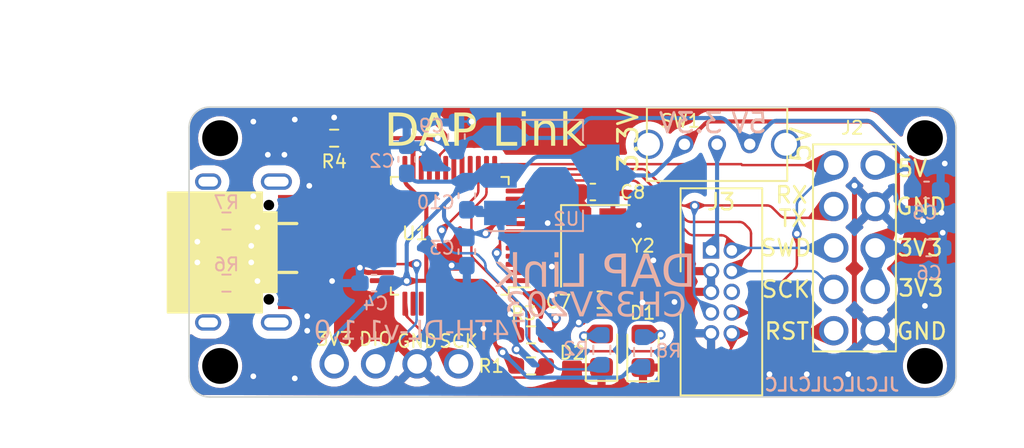
<source format=kicad_pcb>
(kicad_pcb (version 20221018) (generator pcbnew)
  (layers (0 "F.Cu" signal) (31 "B.Cu" signal) (34 "B.Paste" user) (35 "F.Paste" user) (36 "B.SilkS" user "B.Silkscreen") (37 "F.SilkS" user "F.Silkscreen") (38 "B.Mask" user) (39 "F.Mask" user) (44 "Edge.Cuts" user))
  (net 0 "")
  (net 1 "BOOT0")
  (net 2 "+3V3")
  (net 3 "+5V")
  (net 4 "Net-(U1-OSC_IN{slash}PD0)")
  (net 5 "Net-(U1-OSC_OUT{slash}PD1)")
  (net 6 "SWCLK")
  (net 7 "SWDIO")
  (net 8 "Net-(D1-A)")
  (net 9 "Net-(D2-A)")
  (net 10 "D-")
  (net 11 "D+")
  (net 12 "Net-(J1-CC1)")
  (net 13 "Net-(J1-CC2)")
  (net 14 "CDC_RXD")
  (net 15 "CDC_TXD")
  (net 16 "SWD_DIO")
  (net 17 "SWD_CLK")
  (net 18 "SWD_RST")
  (net 19 "LED_SWD")
  (net 20 "RST")
  (net 21 "BOOT1")
  (net 22 "GND")
  (net 48 "VCC")
  (footprint "Package_QFP:LQFP-48_7x7mm_P0.5mm" (layer "F.Cu") (at 45.1835 30.754 180)
    (fp_text reference "U1")
    (fp_text value "STM32V103C8T6")
  )
  (footprint "$74th:M2-Hole" (layer "F.Cu") (at 74.295 24.765)
    (fp_text reference "M2-1" hide)
    (fp_text value "M2-Hole" hide)
  )
  (footprint "$74th:DAPLink-SWD" (layer "F.Cu") (at 69.977 31.496)
    (fp_text reference "J2")
    (fp_text value "DAPLink-SWD-Send-10Pin")
  )
  (footprint "$74th:LED_0805_2012Metric_Pad1.15x1.40mm_HandSolder" (layer "F.Cu") (at 54.48 37.795 90)
    (fp_text reference "D2")
    (fp_text value "Blue")
  )
  (footprint "$74th:SWD-4Pin" (layer "F.Cu") (at 43.18 38.608 -90)
    (fp_text reference "CH1" hide)
    (fp_text value "SWD_WITH_VCC")
  )
  (footprint "$74th:Crystal_SMD_3225-4Pin_3.2x2.5mm_HandSoldering" (layer "F.Cu") (at 54.102 31.369 -90)
    (fp_text reference "Y2")
    (fp_text value "8M")
  )
  (footprint "$74th:Register_0603_1608" (layer "F.Cu") (at 50.165 36.83 180)
    (fp_text reference "R3")
    (fp_text value "10k")
  )
  (footprint "$74th:Slide_Switch" (layer "F.Cu") (at 61.56 25.14)
    (fp_text reference "SW1")
    (fp_text value "SW_SPDT" hide)
  )
  (footprint "$74th:USB-C-12-Pin-SMD" (layer "F.Cu") (at 30.48 31.76 -90)
    (fp_text reference "J1" hide)
    (fp_text value "USB2.0_C_v3")
  )
  (footprint "$74th:Register_0603_1608" (layer "F.Cu") (at 38.1 24.765 180)
    (fp_text reference "R4")
    (fp_text value "10k")
  )
  (footprint "$74th:Capacitor_0603_1608" (layer "F.Cu") (at 53.848 28.067)
    (fp_text reference "C8")
    (fp_text value "22p")
  )
  (footprint "$74th:Capacitor_0603_1608" (layer "F.Cu") (at 54.483 34.671 180)
    (fp_text reference "C7")
    (fp_text value "22p")
  )
  (footprint "$74th:M2-Hole" (layer "F.Cu") (at 31.115 38.735)
    (fp_text reference "M2-2" hide)
    (fp_text value "M2-Hole" hide)
  )
  (footprint "$74th:M2-Hole" (layer "F.Cu") (at 74.295 38.735)
    (fp_text reference "M2-4" hide)
    (fp_text value "M2-Hole" hide)
  )
  (footprint "$74th:M2-Hole" (layer "F.Cu") (at 31.115 24.765)
    (fp_text reference "M2-3" hide)
    (fp_text value "M2-Hole" hide)
  )
  (footprint "$74th:BoxPinHeader_2x05_P1.27mm_Vertical" (layer "F.Cu") (at 61.825 34.19)
    (fp_text reference "J3")
    (fp_text value "DAPLink-SWD-Send-6Pin")
  )
  (footprint "$74th:LED_0805_2012Metric_Pad1.15x1.40mm_HandSolder" (layer "F.Cu") (at 57.02 37.81 90)
    (fp_text reference "D1")
    (fp_text value "Red")
  )
  (footprint "$74th:Register_0603_1608" (layer "F.Cu") (at 50.165 38.735)
    (fp_text reference "R1")
    (fp_text value "10k")
  )
  (footprint "$74th:Register_0603_1608" (layer "B.Cu") (at 31.5 33.655 180)
    (fp_text reference "R6")
    (fp_text value "5.1k")
  )
  (footprint "$74th:Register_0603_1608" (layer "B.Cu") (at 54.5 37.7525 90)
    (fp_text reference "R2")
    (fp_text value "10k")
  )
  (footprint "Package_TO_SOT_SMD:SOT-223-3_TabPin2" (layer "B.Cu") (at 51.435 27.051)
    (fp_text reference "U2")
    (fp_text value "AMS1117-3.3")
  )
  (footprint "$74th:JLCJLCJLCJLC" (layer "B.Cu") (at 67.818 24.13 180)
    (fp_text reference "REF**" hide)
    (fp_text value "JLCJLCJLCJLC")
  )
  (footprint "$74th:Capacitor_0603_1608" (layer "B.Cu") (at 74.422 31.496)
    (fp_text reference "C6")
    (fp_text value "10u")
  )
  (footprint "$74th:Capacitor_0603_1608" (layer "B.Cu") (at 40.64 33.655 180)
    (fp_text reference "C4")
    (fp_text value "100n")
  )
  (footprint "$74th:Capacitor_0603_1608" (layer "B.Cu") (at 46.228 28.194 -90)
    (fp_text reference "C10")
    (fp_text value "2.2u")
  )
  (footprint "$74th:Capacitor_0603_1608" (layer "B.Cu") (at 46.228 31.623 -90)
    (fp_text reference "C3")
    (fp_text value "100n")
  )
  (footprint "$74th:Register_0603_1608" (layer "B.Cu") (at 31.5 29.845 180)
    (fp_text reference "R7")
    (fp_text value "5.1k")
  )
  (footprint "$74th:Capacitor_0603_1608" (layer "B.Cu") (at 74.295 27.94)
    (fp_text reference "C5")
    (fp_text value "10u")
  )
  (footprint "$74th:Capacitor_0603_1608" (layer "B.Cu") (at 45.593 24.765 90)
    (fp_text reference "C9")
    (fp_text value "10u")
  )
  (footprint "$74th:Register_0603_1608" (layer "B.Cu") (at 57 37.88 90)
    (fp_text reference "R8")
    (fp_text value "5.1k")
  )
  (footprint "$74th:Capacitor_0603_1608" (layer "B.Cu") (at 42.545 26.1625 90)
    (fp_text reference "C2")
    (fp_text value "100n")
  )
  (gr_line (start 74.93 40.64) (end 30.48 40.64) (stroke (width 0.1)) (layer "Edge.Cuts"))
  (gr_arc (start 29.21 24.13) (mid 29.581974 23.231974) (end 30.48 22.86) (stroke (width 0.1)) (layer "Edge.Cuts"))
  (gr_line (start 30.48 22.86) (end 74.93 22.86) (stroke (width 0.1)) (layer "Edge.Cuts"))
  (gr_line (start 29.21 39.37) (end 29.21 24.13) (stroke (width 0.1)) (layer "Edge.Cuts"))
  (gr_line (start 76.2 24.13) (end 76.2 39.37) (stroke (width 0.1)) (layer "Edge.Cuts"))
  (gr_arc (start 74.93 22.86) (mid 75.828026 23.231974) (end 76.2 24.13) (stroke (width 0.1)) (layer "Edge.Cuts"))
  (gr_arc (start 76.2 39.37) (mid 75.828026 40.268026) (end 74.93 40.64) (stroke (width 0.1)) (layer "Edge.Cuts"))
  (gr_arc (start 30.48 40.64) (mid 29.581974 40.268026) (end 29.21 39.37) (stroke (width 0.1)) (layer "Edge.Cuts"))
  (gr_text "74TH-DL-v1.1.0" (at 49.911 37.338) (layer "B.SilkS") (effects (font (size 1.2 1.2) (thickness 0.3)) (justify left bottom mirror)))
  (gr_text "DAP Link" (at 60.27 34.22) (layer "B.SilkS") (effects (font (size 2 2) (thickness 0.3)) (justify left bottom mirror)))
  (gr_text "CH32V203" (at 59.68 35.95) (layer "B.SilkS") (effects (font (size 1.5 1.5) (thickness 0.3)) (justify left bottom mirror)))
  (gr_text "5V" (at 64.73 24.54) (layer "B.SilkS") (effects (font (size 1.2 1.2) (thickness 0.17)) (justify left bottom mirror)))
  (gr_text "3.3V" (at 62 24.54) (layer "B.SilkS") (effects (font (size 1.2 1.2) (thickness 0.17)) (justify left bottom mirror)))
  (gr_text "3.3V" (at 56.81 26.96 90) (layer "F.SilkS") (effects (font (size 1.2 1.2) (thickness 0.17)) (justify left bottom)))
  (gr_text "5V" (at 67.41 26.35 90) (layer "F.SilkS") (effects (font (size 1.2 1.2) (thickness 0.17)) (justify left bottom)))
  (gr_text "DAP Link" (at 41.17 25.57) (layer "F.SilkS") (effects (font (size 2 2) (thickness 0.3)) (justify left bottom)))
  (segment (start 46.079947 36.751847) (end 48.628554 39.300454) (width 0.15) (layer "F.Cu") (net 1))
  (segment (start 48.982107 39.4469) (end 50.158493 39.4469) (width 0.15) (layer "F.Cu") (net 1))
  (segment (start 45.9335 34.9165) (end 45.9335 36.398293) (width 0.15) (layer "F.Cu") (net 1))
  (segment (start 50.512047 39.300453) (end 51.0775 38.735) (width 0.15) (layer "F.Cu") (net 1))
  (arc (start 48.628554 39.300454) (mid 48.790766 39.40884) (end 48.982107 39.4469) (width 0.15) (layer "F.Cu") (net 1))
  (arc (start 50.158493 39.4469) (mid 50.349835 39.40884) (end 50.512047 39.300453) (width 0.15) (layer "F.Cu") (net 1))
  (arc (start 45.9335 36.398293) (mid 45.97156 36.589635) (end 46.079947 36.751847) (width 0.15) (layer "F.Cu") (net 1))
  (segment (start 72.644 25.607107) (end 72.644 29.891893) (width 0.25) (layer "F.Cu") (net 2))
  (segment (start 71.112361 23.886447) (end 72.567957 25.342043) (width 0.25) (layer "F.Cu") (net 2))
  (segment (start 41.021 33.504) (end 42.521 33.504) (width 0.25) (layer "F.Cu") (net 2))
  (segment (start 47.9335 34.9165) (end 47.9335 37.208893) (width 0.25) (layer "F.Cu") (net 2))
  (segment (start 42.533 33.516) (end 43.7468 33.516) (width 0.25) (layer "F.Cu") (net 2))
  (segment (start 48.327553 29.650447) (end 47.371 30.607) (width 0.25) (layer "F.Cu") (net 2))
  (segment (start 47.787053 34.035853) (end 47.413647 33.662447) (width 0.25) (layer "F.Cu") (net 2))
  (segment (start 48.41875 37.90125) (end 49.2525 38.735) (width 0.25) (layer "F.Cu") (net 2))
  (segment (start 72.497553 30.245447) (end 71.247 31.496) (width 0.25) (layer "F.Cu") (net 2))
  (segment (start 49.346 29.504) (end 48.681107 29.504) (width 0.25) (layer "F.Cu") (net 2))
  (segment (start 48.079947 37.562447) (end 48.41875 37.90125) (width 0.25) (layer "F.Cu") (net 2))
  (segment (start 43.600353 28.670853) (end 42.579946 27.650446) (width 0.25) (layer "F.Cu") (net 2))
  (segment (start 47.060093 33.516) (end 43.7468 33.516) (width 0.25) (layer "F.Cu") (net 2))
  (segment (start 59.56 25.14) (end 60.813554 23.886446) (width 0.25) (layer "F.Cu") (net 2))
  (segment (start 43.7468 33.516) (end 43.7468 29.024407) (width 0.25) (layer "F.Cu") (net 2))
  (segment (start 42.4335 27.296893) (end 42.4335 26.5915) (width 0.25) (layer "F.Cu") (net 2))
  (segment (start 47.9335 34.9165) (end 47.9335 34.389407) (width 0.25) (layer "F.Cu") (net 2))
  (segment (start 42.533 33.516) (end 42.545 33.528) (width 0.25) (layer "F.Cu") (net 2))
  (segment (start 61.167107 23.74) (end 70.758807 23.74) (width 0.25) (layer "F.Cu") (net 2))
  (segment (start 42.521 33.504) (end 42.533 33.516) (width 0.25) (layer "F.Cu") (net 2))
  (via (at 48.41875 37.90125) (size 0.6) (drill 0.35) (layers "F.Cu" "B.Cu") (net 2))
  (via (at 47.371 30.607) (size 0.6) (drill 0.35) (layers "F.Cu" "B.Cu") (net 2))
  (via (at 42.545 33.528) (size 0.6) (drill 0.35) (layers "F.Cu" "B.Cu") (net 2))
  (arc (start 72.497554 25.253554) (mid 72.60594 25.415766) (end 72.644 25.607107) (width 0.25) (layer "F.Cu") (net 2))
  (arc (start 42.579946 27.650446) (mid 42.47156 27.488234) (end 42.4335 27.296893) (width 0.25) (layer "F.Cu") (net 2))
  (arc (start 48.681107 29.504) (mid 48.489765 29.54206) (end 48.327553 29.650447) (width 0.25) (layer "F.Cu") (net 2))
  (arc (start 47.9335 34.389407) (mid 47.89544 34.198065) (end 47.787053 34.035853) (width 0.25) (layer "F.Cu") (net 2))
  (arc (start 70.758807 23.74) (mid 70.950149 23.77806) (end 71.112361 23.886447) (width 0.25) (layer "F.Cu") (net 2))
  (arc (start 60.813554 23.886446) (mid 60.975766 23.77806) (end 61.167107 23.74) (width 0.25) (layer "F.Cu") (net 2))
  (arc (start 47.9335 37.208893) (mid 47.97156 37.400235) (end 48.079947 37.562447) (width 0.25) (layer "F.Cu") (net 2))
  (arc (start 72.497553 30.245447) (mid 72.60594 30.083235) (end 72.644 29.891893) (width 0.25) (layer "F.Cu") (net 2))
  (arc (start 47.413647 33.662447) (mid 47.251435 33.55406) (end 47.060093 33.516) (width 0.25) (layer "F.Cu") (net 2))
  (arc (start 43.7468 29.024407) (mid 43.70874 28.833065) (end 43.600353 28.670853) (width 0.25) (layer "F.Cu") (net 2))
  (segment (start 44.831 28.8286) (end 45.0848 28.5748) (width 0.25) (layer "B.Cu") (net 2))
  (segment (start 56.211053 38.938947) (end 55.846446 39.303554) (width 0.25) (layer "B.Cu") (net 2))
  (segment (start 49.821053 39.303553) (end 48.41875 37.90125) (width 0.25) (layer "B.Cu") (net 2))
  (segment (start 46.228 27.4315) (end 43.258607 27.4315) (width 0.25) (layer "B.Cu") (net 2))
  (segment (start 48.285 27.051) (end 46.815607 27.051) (width 0.25) (layer "B.Cu") (net 2))
  (segment (start 38.1 37.164607) (end 38.1 38.608) (width 0.25) (layer "B.Cu") (net 2))
  (segment (start 42.545 33.528) (end 41.5295 33.528) (width 0.25) (layer "B.Cu") (net 2))
  (segment (start 44.831 29.510893) (end 44.831 28.8286) (width 0.25) (layer "B.Cu") (net 2))
  (segment (start 42.905053 27.285053) (end 42.545 26.925) (width 0.25) (layer "B.Cu") (net 2))
  (segment (start 54.585 27.051) (end 57.441893 27.051) (width 0.25) (layer "B.Cu") (net 2))
  (segment (start 44.831 28.8286) (end 44.831 28.8285) (width 0.25) (layer "B.Cu") (net 2))
  (segment (start 45.827053 30.714053) (end 44.977446 29.864446) (width 0.25) (layer "B.Cu") (net 2))
  (segment (start 46.462053 27.197447) (end 46.228 27.4315) (width 0.25) (layer "B.Cu") (net 2))
  (segment (start 45.0848 28.5748) (end 46.228 27.4315) (width 0.25) (layer "B.Cu") (net 2))
  (segment (start 53.588447 26.054447) (end 54.585 27.051) (width 0.25) (layer "B.Cu") (net 2))
  (segment (start 57.795447 26.904553) (end 59.56 25.14) (width 0.25) (layer "B.Cu") (net 2))
  (segment (start 42.691454 30.968052) (end 44.831 28.8286) (width 0.25) (layer "B.Cu") (net 2))
  (segment (start 46.335053 30.753447) (end 46.228 30.8605) (width 0.25) (layer "B.Cu") (net 2))
  (segment (start 71.247 31.496) (end 73.6595 31.496) (width 0.25) (layer "B.Cu") (net 2))
  (segment (start 44.831 28.8285) (end 45.0848 28.5748) (width 0.25) (layer "B.Cu") (net 2))
  (segment (start 42.545 33.528) (end 42.545 31.321613) (width 0.25) (layer "B.Cu") (net 2))
  (segment (start 71.247 34.036) (end 71.247 31.496) (width 0.25) (layer "B.Cu") (net 2))
  (segment (start 41.5295 33.528) (end 41.4025 33.655) (width 0.25) (layer "B.Cu") (net 2))
  (segment (start 57 38.7925) (end 56.564607 38.7925) (width 0.25) (layer "B.Cu") (net 2))
  (segment (start 49.422447 26.904553) (end 50.272554 26.054446) (width 0.25) (layer "B.Cu") (net 2))
  (segment (start 41.4025 33.655) (end 38.246446 36.811054) (width 0.25) (layer "B.Cu") (net 2))
  (segment (start 55.492893 39.45) (end 50.174607 39.45) (width 0.25) (layer "B.Cu") (net 2))
  (segment (start 50.626107 25.908) (end 53.234893 25.908) (width 0.25) (layer "B.Cu") (net 2))
  (segment (start 48.285 27.051) (end 49.068893 27.051) (width 0.25) (layer "B.Cu") (net 2))
  (segment (start 46.228 30.8605) (end 46.180607 30.8605) (width 0.25) (layer "B.Cu") (net 2))
  (segment (start 47.371 30.607) (end 46.688607 30.607) (width 0.25) (layer "B.Cu") (net 2))
  (arc (start 50.174607 39.45) (mid 49.983265 39.41194) (end 49.821053 39.303553) (width 0.25) (layer "B.Cu") (net 2))
  (arc (start 46.815607 27.051) (mid 46.624265 27.08906) (end 46.462053 27.197447) (width 0.25) (layer "B.Cu") (net 2))
  (arc (start 55.846446 39.303554) (mid 55.684234 39.41194) (end 55.492893 39.45) (width 0.25) (layer "B.Cu") (net 2))
  (arc (start 43.258607 27.4315) (mid 43.067265 27.39344) (end 42.905053 27.285053) (width 0.25) (layer "B.Cu") (net 2))
  (arc (start 46.180607 30.8605) (mid 45.989265 30.82244) (end 45.827053 30.714053) (width 0.25) (layer "B.Cu") (net 2))
  (arc (start 38.246446 36.811054) (mid 38.13806 36.973266) (end 38.1 37.164607) (width 0.25) (layer "B.Cu") (net 2))
  (arc (start 44.977446 29.864446) (mid 44.86906 29.702234) (end 44.831 29.510893) (width 0.25) (layer "B.Cu") (net 2))
  (arc (start 57.441893 27.051) (mid 57.633235 27.01294) (end 57.795447 26.904553) (width 0.25) (layer "B.Cu") (net 2))
  (arc (start 50.626107 25.908) (mid 50.434766 25.94606) (end 50.272554 26.054446) (width 0.25) (layer "B.Cu") (net 2))
  (arc (start 56.211053 38.938947) (mid 56.373265 38.83056) (end 56.564607 38.7925) (width 0.25) (layer "B.Cu") (net 2))
  (arc (start 49.068893 27.051) (mid 49.260235 27.01294) (end 49.422447 26.904553) (width 0.25) (layer "B.Cu") (net 2))
  (arc (start 42.545 31.321613) (mid 42.583062 31.130266) (end 42.691454 30.968052) (width 0.25) (layer "B.Cu") (net 2))
  (arc (start 46.688607 30.607) (mid 46.497265 30.64506) (end 46.335053 30.753447) (width 0.25) (layer "B.Cu") (net 2))
  (arc (start 53.588447 26.054447) (mid 53.426235 25.94606) (end 53.234893 25.908) (width 0.25) (layer "B.Cu") (net 2))
  (segment (start 34.116107 24.765) (end 34.844893 24.765) (width 0.25) (layer "F.Cu") (net 3))
  (segment (start 31.6461 33.943793) (end 31.6461 28.938007) (width 0.25) (layer "F.Cu") (net 3))
  (segment (start 37.318553 37.103447) (end 36.722446 37.699554) (width 0.25) (layer "F.Cu") (net 3))
  (segment (start 34.016553 37.699553) (end 33.039446 36.722446) (width 0.25) (layer "F.Cu") (net 3))
  (segment (start 32.746553 35.251353) (end 31.792546 34.297346) (width 0.25) (layer "F.Cu") (net 3))
  (segment (start 31.792547 28.584453) (end 32.010554 28.366446) (width 0.25) (layer "F.Cu") (net 3))
  (segment (start 36.455447 29.203553) (end 39.0525 26.6065) (width 0.25) (layer "F.Cu") (net 3))
  (segment (start 39.0525 26.6065) (end 40.747554 24.911446) (width 0.25) (layer "F.Cu") (net 3))
  (segment (start 35.31 34.15) (end 36.482893 34.15) (width 0.25) (layer "F.Cu") (net 3))
  (segment (start 32.303447 26.370553) (end 33.762554 24.911446) (width 0.25) (layer "F.Cu") (net 3))
  (segment (start 32.157 28.012893) (end 32.157 26.724107) (width 0.25) (layer "F.Cu") (net 3))
  (segment (start 35.198447 24.911447) (end 35.794554 25.507554) (width 0.25) (layer "F.Cu") (net 3))
  (segment (start 36.148107 25.654) (end 37.892893 25.654) (width 0.25) (layer "F.Cu") (net 3))
  (segment (start 36.368893 37.846) (end 34.370107 37.846) (width 0.25) (layer "F.Cu") (net 3))
  (segment (start 35.31 29.35) (end 36.101893 29.35) (width 0.25) (layer "F.Cu") (net 3))
  (segment (start 36.836447 34.296447) (end 37.318554 34.778554) (width 0.25) (layer "F.Cu") (net 3))
  (segment (start 41.101107 24.765) (end 44.45 24.765) (width 0.25) (layer "F.Cu") (net 3))
  (segment (start 38.246447 25.800447) (end 39.0525 26.6065) (width 0.25) (layer "F.Cu") (net 3))
  (segment (start 32.893 36.368893) (end 32.893 35.604907) (width 0.25) (layer "F.Cu") (net 3))
  (segment (start 37.465 35.132107) (end 37.465 36.749893) (width 0.25) (layer "F.Cu") (net 3))
  (via (at 44.45 24.765) (size 0.6) (drill 0.35) (layers "F.Cu" "B.Cu") (net 3))
  (arc (start 33.039446 36.722446) (mid 32.93106 36.560234) (end 32.893 36.368893) (width 0.25) (layer "F.Cu") (net 3))
  (arc (start 32.157 26.724107) (mid 32.19506 26.532765) (end 32.303447 26.370553) (width 0.25) (layer "F.Cu") (net 3))
  (arc (start 36.482893 34.15) (mid 36.674235 34.18806) (end 36.836447 34.296447) (width 0.25) (layer "F.Cu") (net 3))
  (arc (start 37.892893 25.654) (mid 38.084235 25.69206) (end 38.246447 25.800447) (width 0.25) (layer "F.Cu") (net 3))
  (arc (start 36.101893 29.35) (mid 36.293235 29.31194) (end 36.455447 29.203553) (width 0.25) (layer "F.Cu") (net 3))
  (arc (start 31.6461 28.938007) (mid 31.68416 28.746665) (end 31.792547 28.584453) (width 0.25) (layer "F.Cu") (net 3))
  (arc (start 33.762554 24.911446) (mid 33.924766 24.80306) (end 34.116107 24.765) (width 0.25) (layer "F.Cu") (net 3))
  (arc (start 32.893 35.604907) (mid 32.85494 35.413565) (end 32.746553 35.251353) (width 0.25) (layer "F.Cu") (net 3))
  (arc (start 36.722446 37.699554) (mid 36.560234 37.80794) (end 36.368893 37.846) (width 0.25) (layer "F.Cu") (net 3))
  (arc (start 37.318554 34.778554) (mid 37.42694 34.940766) (end 37.465 35.132107) (width 0.25) (layer "F.Cu") (net 3))
  (arc (start 34.370107 37.846) (mid 34.178765 37.80794) (end 34.016553 37.699553) (width 0.25) (layer "F.Cu") (net 3))
  (arc (start 37.465 36.749893) (mid 37.42694 36.941235) (end 37.318553 37.103447) (width 0.25) (layer "F.Cu") (net 3))
  (arc (start 41.101107 24.765) (mid 40.909766 24.80306) (end 40.747554 24.911446) (width 0.25) (layer "F.Cu") (net 3))
  (arc (start 35.794554 25.507554) (mid 35.956766 25.61594) (end 36.148107 25.654) (width 0.25) (layer "F.Cu") (net 3))
  (arc (start 34.844893 24.765) (mid 35.036235 24.80306) (end 35.198447 24.911447) (width 0.25) (layer "F.Cu") (net 3))
  (arc (start 31.792546 34.297346) (mid 31.68416 34.135134) (end 31.6461 33.943793) (width 0.25) (layer "F.Cu") (net 3))
  (arc (start 32.010554 28.366446) (mid 32.11894 28.204234) (end 32.157 28.012893) (width 0.25) (layer "F.Cu") (net 3))
  (segment (start 65.207107 23.7) (end 70.736893 23.7) (width 0.25) (layer "B.Cu") (net 3))
  (segment (start 46.576607 24.751) (end 48.285 24.751) (width 0.25) (layer "B.Cu") (net 3))
  (segment (start 73.5325 26.67) (end 73.5325 26.2885) (width 0.25) (layer "B.Cu") (net 3))
  (segment (start 48.285 24.751) (end 52.251893 24.751) (width 0.25) (layer "B.Cu") (net 3))
  (segment (start 73.5325 26.67) (end 71.708107 26.67) (width 0.25) (layer "B.Cu") (net 3))
  (segment (start 63.56 25.14) (end 62.096446 23.676446) (width 0.25) (layer "B.Cu") (net 3))
  (segment (start 61.742893 23.53) (end 53.887107 23.53) (width 0.25) (layer "B.Cu") (net 3))
  (segment (start 73.5325 27.94) (end 73.5325 26.2885) (width 0.25) (layer "B.Cu") (net 3))
  (segment (start 71.354553 26.523553) (end 71.247 26.416) (width 0.25) (layer "B.Cu") (net 3))
  (segment (start 45.593 25.5275) (end 46.223054 24.897446) (width 0.25) (layer "B.Cu") (net 3))
  (segment (start 52.605447 24.604553) (end 53.533554 23.676446) (width 0.25) (layer "B.Cu") (net 3))
  (segment (start 44.45 24.765) (end 45.066054 25.381054) (width 0.25) (layer "B.Cu") (net 3))
  (segment (start 63.56 25.14) (end 64.853554 23.846446) (width 0.25) (layer "B.Cu") (net 3))
  (segment (start 71.090447 23.846447) (end 73.5325 26.2885) (width 0.25) (layer "B.Cu") (net 3))
  (segment (start 45.419607 25.5275) (end 45.593 25.5275) (width 0.25) (layer "B.Cu") (net 3))
  (arc (start 71.708107 26.67) (mid 71.516765 26.63194) (end 71.354553 26.523553) (width 0.25) (layer "B.Cu") (net 3))
  (arc (start 53.533554 23.676446) (mid 53.695766 23.56806) (end 53.887107 23.53) (width 0.25) (layer "B.Cu") (net 3))
  (arc (start 46.223054 24.897446) (mid 46.385266 24.78906) (end 46.576607 24.751) (width 0.25) (layer "B.Cu") (net 3))
  (arc (start 61.742893 23.53) (mid 61.934234 23.56806) (end 62.096446 23.676446) (width 0.25) (layer "B.Cu") (net 3))
  (arc (start 45.066054 25.381054) (mid 45.228266 25.48944) (end 45.419607 25.5275) (width 0.25) (layer "B.Cu") (net 3))
  (arc (start 52.251893 24.751) (mid 52.443235 24.71294) (end 52.605447 24.604553) (width 0.25) (layer "B.Cu") (net 3))
  (arc (start 70.736893 23.7) (mid 70.928235 23.73806) (end 71.090447 23.846447) (width 0.25) (layer "B.Cu") (net 3))
  (arc (start 64.853554 23.846446) (mid 65.015766 23.73806) (end 65.207107 23.7) (width 0.25) (layer "B.Cu") (net 3))
  (segment (start 55.177 32.719) (end 55.177 34.6025) (width 0.15) (layer "F.Cu") (net 4))
  (segment (start 55.177 34.6025) (end 55.2455 34.671) (width 0.15) (layer "F.Cu") (net 4))
  (segment (start 49.346 31.504) (end 53.754893 31.504) (width 0.15) (layer "F.Cu") (net 4))
  (segment (start 54.108447 31.650447) (end 55.177 32.719) (width 0.15) (layer "F.Cu") (net 4))
  (arc (start 53.754893 31.504) (mid 53.946235 31.54206) (end 54.108447 31.650447) (width 0.15) (layer "F.Cu") (net 4))
  (segment (start 53.027 30.019) (end 53.027 28.1255) (width 0.15) (layer "F.Cu") (net 5))
  (segment (start 49.346 31.004) (end 51.834893 31.004) (width 0.15) (layer "F.Cu") (net 5))
  (segment (start 53.027 28.1255) (end 53.0855 28.067) (width 0.15) (layer "F.Cu") (net 5))
  (segment (start 52.188447 30.857553) (end 53.027 30.019) (width 0.15) (layer "F.Cu") (net 5))
  (arc (start 52.188447 30.857553) (mid 52.026235 30.96594) (end 51.834893 31.004) (width 0.15) (layer "F.Cu") (net 5))
  (segment (start 45.72 38.608) (end 45.660807 38.608) (width 0.15) (layer "F.Cu") (net 6))
  (segment (start 45.307253 38.461553) (end 42.579946 35.734246) (width 0.15) (layer "F.Cu") (net 6))
  (segment (start 42.4335 35.380693) (end 42.4335 34.9165) (width 0.15) (layer "F.Cu") (net 6))
  (arc (start 45.660807 38.608) (mid 45.469465 38.56994) (end 45.307253 38.461553) (width 0.15) (layer "F.Cu") (net 6))
  (arc (start 42.4335 35.380693) (mid 42.47156 35.572034) (end 42.579946 35.734246) (width 0.15) (layer "F.Cu") (net 6))
  (segment (start 41.0357 32.4893) (end 41.021 32.504) (width 0.15) (layer "F.Cu") (net 7))
  (segment (start 43.1511 32.4893) (end 41.0357 32.4893) (width 0.15) (layer "F.Cu") (net 7))
  (via (at 43.1511 32.4893) (size 0.6) (drill 0.35) (layers "F.Cu" "B.Cu") (net 7))
  (segment (start 40.64 38.608) (end 43.004654 36.243346) (width 0.15) (layer "B.Cu") (net 7))
  (segment (start 43.1511 35.889793) (end 43.1511 32.4893) (width 0.15) (layer "B.Cu") (net 7))
  (arc (start 43.004654 36.243346) (mid 43.11304 36.081134) (end 43.1511 35.889793) (width 0.15) (layer "B.Cu") (net 7))
  (segment (start 58.11 36.81) (end 57.045 36.81) (width 0.15) (layer "F.Cu") (net 8))
  (segment (start 57.045 36.81) (end 57.02 36.785) (width 0.15) (layer "F.Cu") (net 8))
  (via (at 58.11 36.81) (size 0.6) (drill 0.35) (layers "F.Cu" "B.Cu") (net 8))
  (segment (start 58.11 36.81) (end 58.098946 36.821054) (width 0.15) (layer "B.Cu") (net 8))
  (segment (start 57.745393 36.9675) (end 57 36.9675) (width 0.15) (layer "B.Cu") (net 8))
  (arc (start 58.098946 36.821054) (mid 57.936734 36.92944) (end 57.745393 36.9675) (width 0.15) (layer "B.Cu") (net 8))
  (segment (start 53.4 36.91) (end 53.54 36.77) (width 0.15) (layer "F.Cu") (net 9))
  (segment (start 53.54 36.77) (end 54.48 36.77) (width 0.15) (layer "F.Cu") (net 9))
  (via (at 53.4 36.91) (size 0.6) (drill 0.35) (layers "F.Cu" "B.Cu") (net 9))
  (segment (start 53.4 36.91) (end 54.43 36.91) (width 0.15) (layer "B.Cu") (net 9))
  (segment (start 54.43 36.91) (end 54.5 36.84) (width 0.15) (layer "B.Cu") (net 9))
  (segment (start 35.835 32.025) (end 36.029693 32.025) (width 0.2) (layer "F.Cu") (net 10))
  (segment (start 35.31 32) (end 35.81 32) (width 0.2) (layer "F.Cu") (net 10))
  (segment (start 36.383247 31.878553) (end 36.7328 31.529) (width 0.2) (layer "F.Cu") (net 10))
  (segment (start 35.81 32) (end 35.835 32.025) (width 0.2) (layer "F.Cu") (net 10))
  (segment (start 36.7328 31.529) (end 40.996 31.529) (width 0.2) (layer "F.Cu") (net 10))
  (segment (start 35.31 31) (end 35.996693 31) (width 0.2) (layer "F.Cu") (net 10))
  (segment (start 40.996 31.529) (end 41.021 31.504) (width 0.2) (layer "F.Cu") (net 10))
  (segment (start 36.350247 31.146447) (end 36.7328 31.529) (width 0.2) (layer "F.Cu") (net 10))
  (arc (start 36.029693 32.025) (mid 36.221035 31.98694) (end 36.383247 31.878553) (width 0.2) (layer "F.Cu") (net 10))
  (arc (start 35.996693 31) (mid 36.188035 31.03806) (end 36.350247 31.146447) (width 0.2) (layer "F.Cu") (net 10))
  (segment (start 35.81 32.5) (end 35.835 32.475) (width 0.2) (layer "F.Cu") (net 11))
  (segment (start 36.569647 32.328553) (end 36.772754 32.125446) (width 0.2) (layer "F.Cu") (net 11))
  (segment (start 40.996 31.979) (end 41.021 32.004) (width 0.2) (layer "F.Cu") (net 11))
  (segment (start 35.31 32.5) (end 35.81 32.5) (width 0.2) (layer "F.Cu") (net 11))
  (segment (start 34.3535 32.114393) (end 34.3535 31.893607) (width 0.2) (layer "F.Cu") (net 11))
  (segment (start 34.54 31.5) (end 35.31 31.5) (width 0.2) (layer "F.Cu") (net 11))
  (segment (start 37.126307 31.979) (end 40.996 31.979) (width 0.2) (layer "F.Cu") (net 11))
  (segment (start 35.31 32.5) (end 34.532 32.5) (width 0.2) (layer "F.Cu") (net 11))
  (segment (start 35.835 32.475) (end 36.216093 32.475) (width 0.2) (layer "F.Cu") (net 11))
  (segment (start 34.499947 31.540053) (end 34.54 31.5) (width 0.2) (layer "F.Cu") (net 11))
  (segment (start 34.532 32.5) (end 34.499946 32.467946) (width 0.2) (layer "F.Cu") (net 11))
  (arc (start 36.569647 32.328553) (mid 36.407435 32.43694) (end 36.216093 32.475) (width 0.2) (layer "F.Cu") (net 11))
  (arc (start 36.772754 32.125446) (mid 36.934966 32.01706) (end 37.126307 31.979) (width 0.2) (layer "F.Cu") (net 11))
  (arc (start 34.3535 32.114393) (mid 34.39156 32.305734) (end 34.499946 32.467946) (width 0.2) (layer "F.Cu") (net 11))
  (arc (start 34.3535 31.893607) (mid 34.39156 31.702265) (end 34.499947 31.540053) (width 0.2) (layer "F.Cu") (net 11))
  (segment (start 35.31 30.5) (end 33.882107 30.5) (width 0.15) (layer "F.Cu") (net 12))
  (segment (start 33.528553 30.353553) (end 33.401 30.226) (width 0.15) (layer "F.Cu") (net 12))
  (via (at 33.401 30.226) (size 0.6) (drill 0.35) (layers "F.Cu" "B.Cu") (net 12))
  (arc (start 33.528553 30.353553) (mid 33.690765 30.46194) (end 33.882107 30.5) (width 0.15) (layer "F.Cu") (net 12))
  (segment (start 32.647053 30.079553) (end 32.4125 29.845) (width 0.15) (layer "B.Cu") (net 12))
  (segment (start 33.401 30.226) (end 33.000607 30.226) (width 0.15) (layer "B.Cu") (net 12))
  (arc (start 33.000607 30.226) (mid 32.809265 30.18794) (end 32.647053 30.079553) (width 0.15) (layer "B.Cu") (net 12))
  (segment (start 35.31 33.5) (end 33.429 33.5) (width 0.15) (layer "F.Cu") (net 13))
  (segment (start 33.429 33.5) (end 33.401 33.528) (width 0.15) (layer "F.Cu") (net 13))
  (via (at 33.401 33.528) (size 0.6) (drill 0.35) (layers "F.Cu" "B.Cu") (net 13))
  (segment (start 33.401 33.528) (end 33.274 33.655) (width 0.15) (layer "B.Cu") (net 13))
  (segment (start 33.274 33.655) (end 32.4125 33.655) (width 0.15) (layer "B.Cu") (net 13))
  (segment (start 62.46 35.46) (end 63.452893 35.46) (width 0.15) (layer "F.Cu") (net 14))
  (segment (start 68.707 26.416) (end 63.099464 26.416) (width 0.15) (layer "F.Cu") (net 14))
  (segment (start 63.806447 35.313553) (end 66.303554 32.816446) (width 0.15) (layer "F.Cu") (net 14))
  (segment (start 66.45 32.462893) (end 66.45 30.63) (width 0.15) (layer "F.Cu") (net 14))
  (segment (start 63.099464 26.416) (end 63.043463 26.36) (width 0.15) (layer "F.Cu") (net 14))
  (segment (start 47.9335 26.5915) (end 48.018554 26.506446) (width 0.15) (layer "F.Cu") (net 14))
  (segment (start 63.043463 26.36) (end 48.372107 26.36) (width 0.15) (layer "F.Cu") (net 14))
  (via (at 66.45 30.63) (size 0.6) (drill 0.35) (layers "F.Cu" "B.Cu") (net 14))
  (arc (start 63.806447 35.313553) (mid 63.644235 35.42194) (end 63.452893 35.46) (width 0.15) (layer "F.Cu") (net 14))
  (arc (start 66.303554 32.816446) (mid 66.41194 32.654234) (end 66.45 32.462893) (width 0.15) (layer "F.Cu") (net 14))
  (arc (start 48.018554 26.506446) (mid 48.180766 26.39806) (end 48.372107 26.36) (width 0.15) (layer "F.Cu") (net 14))
  (segment (start 66.596447 28.526553) (end 68.707 26.416) (width 0.15) (layer "B.Cu") (net 14))
  (segment (start 66.45 30.63) (end 66.45 28.880107) (width 0.15) (layer "B.Cu") (net 14))
  (arc (start 66.45 28.880107) (mid 66.48806 28.688765) (end 66.596447 28.526553) (width 0.15) (layer "B.Cu") (net 14))
  (segment (start 60.21 28.89) (end 64.602893 28.89) (width 0.15) (layer "F.Cu") (net 15))
  (segment (start 50.142447 27.857553) (end 51.193554 26.806446) (width 0.15) (layer "F.Cu") (net 15))
  (segment (start 65.777107 29.65) (end 67.805893 29.65) (width 0.15) (layer "F.Cu") (net 15))
  (segment (start 51.547107 26.66) (end 56.932893 26.66) (width 0.15) (layer "F.Cu") (net 15))
  (segment (start 60.19 28.91) (end 60.21 28.89) (width 0.15) (layer "F.Cu") (net 15))
  (segment (start 68.159447 29.503553) (end 68.707 28.956) (width 0.15) (layer "F.Cu") (net 15))
  (segment (start 49.346 28.004) (end 49.788893 28.004) (width 0.15) (layer "F.Cu") (net 15))
  (segment (start 57.286447 26.806447) (end 59.243554 28.763554) (width 0.15) (layer "F.Cu") (net 15))
  (segment (start 59.597107 28.91) (end 60.19 28.91) (width 0.15) (layer "F.Cu") (net 15))
  (segment (start 64.956447 29.036447) (end 65.423554 29.503554) (width 0.15) (layer "F.Cu") (net 15))
  (via (at 60.19 28.91) (size 0.6) (drill 0.35) (layers "F.Cu" "B.Cu") (net 15))
  (arc (start 57.286447 26.806447) (mid 57.124235 26.69806) (end 56.932893 26.66) (width 0.15) (layer "F.Cu") (net 15))
  (arc (start 59.597107 28.91) (mid 59.405766 28.87194) (end 59.243554 28.763554) (width 0.15) (layer "F.Cu") (net 15))
  (arc (start 49.788893 28.004) (mid 49.980235 27.96594) (end 50.142447 27.857553) (width 0.15) (layer "F.Cu") (net 15))
  (arc (start 64.602893 28.89) (mid 64.794235 28.92806) (end 64.956447 29.036447) (width 0.15) (layer "F.Cu") (net 15))
  (arc (start 65.423554 29.503554) (mid 65.585766 29.61194) (end 65.777107 29.65) (width 0.15) (layer "F.Cu") (net 15))
  (arc (start 51.547107 26.66) (mid 51.355766 26.69806) (end 51.193554 26.806446) (width 0.15) (layer "F.Cu") (net 15))
  (arc (start 68.159447 29.503553) (mid 67.997235 29.61194) (end 67.805893 29.65) (width 0.15) (layer "F.Cu") (net 15))
  (segment (start 60.296447 34.566447) (end 61.19 35.46) (width 0.15) (layer "B.Cu") (net 15))
  (segment (start 60.15 28.95) (end 60.15 34.212893) (width 0.15) (layer "B.Cu") (net 15))
  (segment (start 60.19 28.91) (end 60.15 28.95) (width 0.15) (layer "B.Cu") (net 15))
  (arc (start 60.296447 34.566447) (mid 60.18806 34.404235) (end 60.15 34.212893) (width 0.15) (layer "B.Cu") (net 15))
  (segment (start 62.313553 31.003553) (end 62.176446 30.866446) (width 0.15) (layer "F.Cu") (net 16))
  (segment (start 56.362893 27.36) (end 52.476107 27.36) (width 0.15) (layer "F.Cu") (net 16))
  (segment (start 59.783553 30.573553) (end 56.716446 27.506446) (width 0.15) (layer "F.Cu") (net 16))
  (segment (start 61.822893 30.72) (end 60.137107 30.72) (width 0.15) (layer "F.Cu") (net 16))
  (segment (start 62.46 31.65) (end 62.46 31.357107) (width 0.15) (layer "F.Cu") (net 16))
  (segment (start 52.122553 27.506447) (end 50.771446 28.857554) (width 0.15) (layer "F.Cu") (net 16))
  (segment (start 50.417893 29.004) (end 49.346 29.004) (width 0.15) (layer "F.Cu") (net 16))
  (arc (start 52.122553 27.506447) (mid 52.284765 27.39806) (end 52.476107 27.36) (width 0.15) (layer "F.Cu") (net 16))
  (arc (start 62.176446 30.866446) (mid 62.014234 30.75806) (end 61.822893 30.72) (width 0.15) (layer "F.Cu") (net 16))
  (arc (start 50.417893 29.004) (mid 50.609234 28.96594) (end 50.771446 28.857554) (width 0.15) (layer "F.Cu") (net 16))
  (arc (start 59.783553 30.573553) (mid 59.945765 30.68194) (end 60.137107 30.72) (width 0.15) (layer "F.Cu") (net 16))
  (arc (start 62.313553 31.003553) (mid 62.42194 31.165765) (end 62.46 31.357107) (width 0.15) (layer "F.Cu") (net 16))
  (arc (start 56.716446 27.506446) (mid 56.554234 27.39806) (end 56.362893 27.36) (width 0.15) (layer "F.Cu") (net 16))
  (segment (start 62.467553 31.642447) (end 62.46 31.65) (width 0.15) (layer "B.Cu") (net 16))
  (segment (start 68.707 31.496) (end 62.821107 31.496) (width 0.15) (layer "B.Cu") (net 16))
  (arc (start 62.467553 31.642447) (mid 62.629765 31.53406) (end 62.821107 31.496) (width 0.15) (layer "B.Cu") (net 16))
  (segment (start 49.346 28.504) (end 50.218893 28.504) (width 0.15) (layer "F.Cu") (net 17))
  (segment (start 63.493553 31.886447) (end 62.46 32.92) (width 0.15) (layer "F.Cu") (net 17))
  (segment (start 57.006447 27.146447) (end 59.613554 29.753554) (width 0.15) (layer "F.Cu") (net 17))
  (segment (start 52.137107 27) (end 56.652893 27) (width 0.15) (layer "F.Cu") (net 17))
  (segment (start 63.64 30.627107) (end 63.64 31.532893) (width 0.15) (layer "F.Cu") (net 17))
  (segment (start 59.967107 29.9) (end 62.912893 29.9) (width 0.15) (layer "F.Cu") (net 17))
  (segment (start 63.266447 30.046447) (end 63.493554 30.273554) (width 0.15) (layer "F.Cu") (net 17))
  (segment (start 50.572447 28.357553) (end 51.783554 27.146446) (width 0.15) (layer "F.Cu") (net 17))
  (arc (start 63.493553 31.886447) (mid 63.60194 31.724235) (end 63.64 31.532893) (width 0.15) (layer "F.Cu") (net 17))
  (arc (start 63.493554 30.273554) (mid 63.60194 30.435766) (end 63.64 30.627107) (width 0.15) (layer "F.Cu") (net 17))
  (arc (start 63.266447 30.046447) (mid 63.104235 29.93806) (end 62.912893 29.9) (width 0.15) (layer "F.Cu") (net 17))
  (arc (start 59.967107 29.9) (mid 59.775766 29.86194) (end 59.613554 29.753554) (width 0.15) (layer "F.Cu") (net 17))
  (arc (start 50.218893 28.504) (mid 50.410235 28.46594) (end 50.572447 28.357553) (width 0.15) (layer "F.Cu") (net 17))
  (arc (start 52.137107 27) (mid 51.945766 27.03806) (end 51.783554 27.146446) (width 0.15) (layer "F.Cu") (net 17))
  (arc (start 56.652893 27) (mid 56.844235 27.03806) (end 57.006447 27.146447) (width 0.15) (layer "F.Cu") (net 17))
  (segment (start 62.46 32.92) (end 67.383893 32.92) (width 0.15) (layer "B.Cu") (net 17))
  (segment (start 67.737447 33.066447) (end 68.707 34.036) (width 0.15) (layer "B.Cu") (net 17))
  (arc (start 67.737447 33.066447) (mid 67.575235 32.95806) (end 67.383893 32.92) (width 0.15) (layer "B.Cu") (net 17))
  (segment (start 62.46 36.73) (end 68.345893 36.73) (width 0.15) (layer "F.Cu") (net 18))
  (segment (start 50.6 37.833943) (end 58.306836 37.833943) (width 0.15) (layer "F.Cu") (net 18))
  (segment (start 46.5085 31.810293) (end 46.5085 29.409907) (width 0.15) (layer "F.Cu") (net 18))
  (segment (start 49.903853 35.412753) (end 46.654946 32.163846) (width 0.15) (layer "F.Cu") (net 18))
  (segment (start 50.333053 37.695053) (end 50.196746 37.558746) (width 0.15) (layer "F.Cu") (net 18))
  (segment (start 50.0503 37.205193) (end 50.0503 35.766307) (width 0.15) (layer "F.Cu") (net 18))
  (segment (start 59.597107 38.71) (end 61.212893 38.71) (width 0.15) (layer "F.Cu") (net 18))
  (segment (start 61.566447 38.563553) (end 62.313554 37.816446) (width 0.15) (layer "F.Cu") (net 18))
  (segment (start 68.699447 36.583553) (end 68.707 36.576) (width 0.15) (layer "F.Cu") (net 18))
  (segment (start 62.46 37.462893) (end 62.46 36.73) (width 0.15) (layer "F.Cu") (net 18))
  (segment (start 46.654947 29.056353) (end 47.287054 28.424246) (width 0.15) (layer "F.Cu") (net 18))
  (segment (start 47.4335 28.070693) (end 47.4335 26.5915) (width 0.15) (layer "F.Cu") (net 18))
  (segment (start 58.66039 37.98039) (end 59.243554 38.563554) (width 0.15) (layer "F.Cu") (net 18))
  (arc (start 47.287054 28.424246) (mid 47.39544 28.262034) (end 47.4335 28.070693) (width 0.15) (layer "F.Cu") (net 18))
  (arc (start 59.597107 38.71) (mid 59.405766 38.67194) (end 59.243554 38.563554) (width 0.15) (layer "F.Cu") (net 18))
  (arc (start 46.5085 29.409907) (mid 46.54656 29.218565) (end 46.654947 29.056353) (width 0.15) (layer "F.Cu") (net 18))
  (arc (start 62.313554 37.816446) (mid 62.42194 37.654234) (end 62.46 37.462893) (width 0.15) (layer "F.Cu") (net 18))
  (arc (start 46.654946 32.163846) (mid 46.54656 32.001634) (end 46.5085 31.810293) (width 0.15) (layer "F.Cu") (net 18))
  (arc (start 50.0503 35.766307) (mid 50.01224 35.574965) (end 49.903853 35.412753) (width 0.15) (layer "F.Cu") (net 18))
  (arc (start 50.686607 37.8415) (mid 50.495265 37.80344) (end 50.333053 37.695053) (width 0.15) (layer "F.Cu") (net 18))
  (arc (start 68.699447 36.583553) (mid 68.537235 36.69194) (end 68.345893 36.73) (width 0.15) (layer "F.Cu") (net 18))
  (arc (start 58.306836 37.833943) (mid 58.498178 37.872003) (end 58.66039 37.98039) (width 0.15) (layer "F.Cu") (net 18))
  (arc (start 61.212893 38.71) (mid 61.404235 38.67194) (end 61.566447 38.563553) (width 0.15) (layer "F.Cu") (net 18))
  (arc (start 50.196746 37.558746) (mid 50.08836 37.396534) (end 50.0503 37.205193) (width 0.15) (layer "F.Cu") (net 18))
  (segment (start 44.6893 30.4151) (end 46.787054 28.317346) (width 0.15) (layer "F.Cu") (net 19))
  (segment (start 46.9335 27.963793) (end 46.9335 26.5915) (width 0.15) (layer "F.Cu") (net 19))
  (via (at 44.6893 30.4151) (size 0.6) (drill 0.35) (layers "F.Cu" "B.Cu") (net 19))
  (arc (start 46.787054 28.317346) (mid 46.89544 28.155134) (end 46.9335 27.963793) (width 0.15) (layer "F.Cu") (net 19))
  (segment (start 45.618007 31.8219) (end 46.600793 31.8219) (width 0.15) (layer "B.Cu") (net 19))
  (segment (start 49.88 36.822893) (end 49.88 35.529) (width 0.15) (layer "B.Cu") (net 19))
  (segment (start 46.954347 31.968347) (end 47.224554 32.238554) (width 0.15) (layer "B.Cu") (net 19))
  (segment (start 54.5 38.665) (end 54.371446 38.793554) (width 0.15) (layer "B.Cu") (net 19))
  (segment (start 47.517446 32.959338) (end 49.733554 35.175447) (width 0.15) (layer "B.Cu") (net 19))
  (segment (start 44.6893 30.4151) (end 44.704 30.4298) (width 0.15) (layer "B.Cu") (net 19))
  (segment (start 51.643553 38.793553) (end 50.026446 37.176446) (width 0.15) (layer "B.Cu") (net 19))
  (segment (start 47.371 32.605785) (end 47.371 32.592107) (width 0.15) (layer "B.Cu") (net 19))
  (segment (start 44.704 30.4298) (end 44.704 30.907893) (width 0.15) (layer "B.Cu") (net 19))
  (segment (start 44.850447 31.261447) (end 45.264454 31.675454) (width 0.15) (layer "B.Cu") (net 19))
  (segment (start 54.017893 38.94) (end 51.997107 38.94) (width 0.15) (layer "B.Cu") (net 19))
  (arc (start 49.88 35.529) (mid 49.84194 35.337659) (end 49.733554 35.175447) (width 0.15) (layer "B.Cu") (net 19))
  (arc (start 47.371 32.592107) (mid 47.33294 32.400766) (end 47.224554 32.238554) (width 0.15) (layer "B.Cu") (net 19))
  (arc (start 47.517446 32.959338) (mid 47.40906 32.797126) (end 47.371 32.605785) (width 0.15) (layer "B.Cu") (net 19))
  (arc (start 54.017893 38.94) (mid 54.209234 38.90194) (end 54.371446 38.793554) (width 0.15) (layer "B.Cu") (net 19))
  (arc (start 46.600793 31.8219) (mid 46.792135 31.85996) (end 46.954347 31.968347) (width 0.15) (layer "B.Cu") (net 19))
  (arc (start 49.88 36.822893) (mid 49.91806 37.014234) (end 50.026446 37.176446) (width 0.15) (layer "B.Cu") (net 19))
  (arc (start 51.997107 38.94) (mid 51.805765 38.90194) (end 51.643553 38.793553) (width 0.15) (layer "B.Cu") (net 19))
  (arc (start 44.850447 31.261447) (mid 44.74206 31.099235) (end 44.704 30.907893) (width 0.15) (layer "B.Cu") (net 19))
  (arc (start 45.618007 31.8219) (mid 45.426666 31.78384) (end 45.264454 31.675454) (width 0.15) (layer "B.Cu") (net 19))
  (segment (start 51.689 35.814) (end 51.689 36.011393) (width 0.15) (layer "F.Cu") (net 20))
  (segment (start 48.06 31.81) (end 48.113554 31.756446) (width 0.15) (layer "F.Cu") (net 20))
  (segment (start 48.26 31.402893) (end 48.26 30.941107) (width 0.15) (layer "F.Cu") (net 20))
  (segment (start 48.406446 30.587554) (end 48.49 30.504) (width 0.15) (layer "F.Cu") (net 20))
  (segment (start 48.49 30.504) (end 49.346 30.504) (width 0.15) (layer "F.Cu") (net 20))
  (segment (start 51.542553 36.364947) (end 51.0775 36.83) (width 0.15) (layer "F.Cu") (net 20))
  (via (at 48.06 31.81) (size 0.6) (drill 0.35) (layers "F.Cu" "B.Cu") (net 20))
  (via (at 51.689 35.814) (size 0.6) (drill 0.35) (layers "F.Cu" "B.Cu") (net 20))
  (arc (start 51.689 36.011393) (mid 51.65094 36.202735) (end 51.542553 36.364947) (width 0.15) (layer "F.Cu") (net 20))
  (arc (start 48.26 31.402893) (mid 48.22194 31.594234) (end 48.113554 31.756446) (width 0.15) (layer "F.Cu") (net 20))
  (arc (start 48.26 30.941107) (mid 48.29806 30.749766) (end 48.406446 30.587554) (width 0.15) (layer "F.Cu") (net 20))
  (segment (start 48.206447 32.585447) (end 51.288553 35.667553) (width 0.15) (layer "B.Cu") (net 20))
  (segment (start 48.06 31.81) (end 48.06 32.231893) (width 0.15) (layer "B.Cu") (net 20))
  (segment (start 51.642107 35.814) (end 51.689 35.814) (width 0.15) (layer "B.Cu") (net 20))
  (arc (start 48.06 32.231893) (mid 48.09806 32.423235) (end 48.206447 32.585447) (width 0.15) (layer "B.Cu") (net 20))
  (arc (start 51.288553 35.667553) (mid 51.450763 35.775942) (end 51.642107 35.814) (width 0.15) (layer "B.Cu") (net 20))
  (segment (start 43.885293 23.6488) (end 40.335807 23.6488) (width 0.15) (layer "F.Cu") (net 21))
  (segment (start 44.844453 24.400853) (end 44.238846 23.795246) (width 0.15) (layer "F.Cu") (net 21))
  (segment (start 44.4335 26.5915) (end 44.4335 26.129207) (width 0.15) (layer "F.Cu") (net 21))
  (segment (start 44.9909 25.157593) (end 44.9909 24.754407) (width 0.15) (layer "F.Cu") (net 21))
  (segment (start 44.579947 25.775653) (end 44.844454 25.511146) (width 0.15) (layer "F.Cu") (net 21))
  (segment (start 39.982253 23.795247) (end 39.0125 24.765) (width 0.15) (layer "F.Cu") (net 21))
  (arc (start 44.4335 26.129207) (mid 44.47156 25.937865) (end 44.579947 25.775653) (width 0.15) (layer "F.Cu") (net 21))
  (arc (start 44.238846 23.795246) (mid 44.076634 23.68686) (end 43.885293 23.6488) (width 0.15) (layer "F.Cu") (net 21))
  (arc (start 40.335807 23.6488) (mid 40.144465 23.68686) (end 39.982253 23.795247) (width 0.15) (layer "F.Cu") (net 21))
  (arc (start 44.844454 25.511146) (mid 44.95284 25.348934) (end 44.9909 25.157593) (width 0.15) (layer "F.Cu") (net 21))
  (arc (start 44.9909 24.754407) (mid 44.95284 24.563065) (end 44.844453 24.400853) (width 0.15) (layer "F.Cu") (net 21))
  (segment (start 61.19 34.19) (end 59.797107 34.19) (width 0.3) (layer "F.Cu") (net 22))
  (segment (start 61.19 32.92) (end 58.527107 32.92) (width 0.3) (layer "F.Cu") (net 22))
  (segment (start 53.34 36.068) (end 53.374054 36.033946) (width 0.3) (layer "F.Cu") (net 22))
  (segment (start 69.97 30.233) (end 71.247 28.956) (width 0.3) (layer "F.Cu") (net 22))
  (segment (start 35.858447 28.403553) (end 36.576 27.686) (width 0.3) (layer "F.Cu") (net 22))
  (segment (start 53.027 32.719) (end 51.609 32.719) (width 0.3) (layer "F.Cu") (net 22))
  (segment (start 53.5205 34.671) (end 51.896107 34.671) (width 0.3) (layer "F.Cu") (net 22))
  (segment (start 49.2525 36.83) (end 49.2525 37.6955) (width 0.3) (layer "F.Cu") (net 22))
  (segment (start 69.97 35.091893) (end 69.97 35.04) (width 0.3) (layer "F.Cu") (net 22))
  (segment (start 69.98 30.223) (end 69.97 30.233) (width 0.3) (layer "F.Cu") (net 22))
  (segment (start 58.173553 32.773553) (end 57.658 32.258) (width 0.3) (layer "F.Cu") (net 22))
  (segment (start 39.828453 32.857553) (end 39.6775 32.7066) (width 0.3) (layer "F.Cu") (net 22))
  (segment (start 56.769 30.099) (end 55.257 30.099) (width 0.3) (layer "F.Cu") (net 22))
  (segment (start 43.561 25.4) (end 43.068 25.4) (width 0.3) (layer "F.Cu") (net 22))
  (segment (start 69.833553 39.005447) (end 69.596 39.243) (width 0.3) (layer "F.Cu") (net 22))
  (segment (start 51.435 32.893) (end 51.435 32.639) (width 0.3) (layer "F.Cu") (net 22))
  (segment (start 56.280447 28.213447) (end 56.622554 28.555554) (width 0.3) (layer "F.Cu") (net 22))
  (segment (start 49.2525 37.6955) (end 49.276 37.719) (width 0.3) (layer "F.Cu") (net 22))
  (segment (start 55.177 30.019) (end 55.177 28.640607) (width 0.3) (layer "F.Cu") (net 22))
  (segment (start 47.4335 34.9165) (end 47.4335 36.052393) (width 0.3) (layer "F.Cu") (net 22))
  (segment (start 71.247 36.576) (end 70.116446 35.445446) (width 0.3) (layer "F.Cu") (net 22))
  (segment (start 56.769 28.909107) (end 56.769 30.099) (width 0.3) (layer "F.Cu") (net 22))
  (segment (start 69.97 35.04) (end 69.98 35.05) (width 0.3) (layer "F.Cu") (net 22))
  (segment (start 51.149 30.004) (end 51.181 29.972) (width 0.3) (layer "F.Cu") (net 22))
  (segment (start 35.504893 34.95) (end 35.31 34.95) (width 0.3) (layer "F.Cu") (net 22))
  (segment (start 35.31 28.55) (end 35.504893 28.55) (width 0.3) (layer "F.Cu") (net 22))
  (segment (start 41.021 33.004) (end 40.182007 33.004) (width 0.3) (layer "F.Cu") (net 22))
  (segment (start 49.2525 36.83) (end 49.2525 36.124607) (width 0.3) (layer "F.Cu") (net 22))
  (segment (start 51.689 32.639) (end 51.609 32.719) (width 0.3) (layer "F.Cu") (net 22))
  (segment (start 49.346 30.004) (end 51.149 30.004) (width 0.3) (layer "F.Cu") (net 22))
  (segment (start 53.173447 34.323947) (end 53.5205 34.671) (width 0.3) (layer "F.Cu") (net 22))
  (segment (start 43.068 25.4) (end 42.9335 25.5345) (width 0.3) (layer "F.Cu") (net 22))
  (segment (start 69.98 35.05) (end 69.98 38.651893) (width 0.3) (layer "F.Cu") (net 22))
  (segment (start 69.97 35.04) (end 69.97 30.233) (width 0.3) (layer "F.Cu") (net 22))
  (segment (start 61.19 34.19) (end 61.19 32.92) (width 0.3) (layer "F.Cu") (net 22))
  (segment (start 36.449 35.687) (end 35.858446 35.096446) (width 0.3) (layer "F.Cu") (net 22))
  (segment (start 55.030553 28.287053) (end 54.8105 28.067) (width 0.3) (layer "F.Cu") (net 22))
  (segment (start 69.98 27.67) (end 69.98 30.223) (width 0.3) (layer "F.Cu") (net 22))
  (segment (start 54.8105 28.067) (end 55.926893 28.067) (width 0.3) (layer "F.Cu") (net 22))
  (segment (start 59.443553 34.043553) (end 57.658 32.258) (width 0.3) (layer "F.Cu") (net 22))
  (segment (start 49.106053 35.771053) (end 48.895 35.56) (width 0.3) (layer "F.Cu") (net 22))
  (segment (start 55.257 30.099) (end 55.177 30.019) (width 0.3) (layer "F.Cu") (net 22))
  (segment (start 53.086 36.068) (end 53.34 36.068) (width 0.3) (layer "F.Cu") (net 22))
  (segment (start 51.435 34.417) (end 51.435 32.893) (width 0.3) (layer "F.Cu") (net 22))
  (segment (start 53.027 32.719) (end 53.027 33.970393) (width 0.3) (layer "F.Cu") (net 22))
  (segment (start 47.287053 36.405947) (end 47.244 36.449) (width 0.3) (layer "F.Cu") (net 22))
  (segment (start 53.5205 35.680393) (end 53.5205 34.671) (width 0.3) (layer "F.Cu") (net 22))
  (segment (start 51.435 32.639) (end 51.689 32.639) (width 0.3) (layer "F.Cu") (net 22))
  (segment (start 42.9335 25.5345) (end 42.9335 26.5915) (width 0.3) (layer "F.Cu") (net 22))
  (segment (start 51.542553 34.524553) (end 51.435 34.417) (width 0.3) (layer "F.Cu") (net 22))
  (via (at 58.95 34.81) (size 0.6) (drill 0.35) (layers "F.Cu" "B.Cu") (net 22))
  (via (at 29.718 32.385) (size 0.6) (drill 0.35) (layers "F.Cu" "B.Cu") (net 22))
  (via (at 33.147 28.321) (size 0.6) (drill 0.35) (layers "F.Cu" "B.Cu") (net 22))
  (via (at 33.02 32.385) (size 0.6) (drill 0.35) (layers "F.Cu" "B.Cu") (net 22))
  (via (at 53.086 36.068) (size 0.6) (drill 0.35) (layers "F.Cu" "B.Cu") (net 22))
  (via (at 33.147 23.749) (size 0.6) (drill 0.35) (layers "F.Cu" "B.Cu") (net 22))
  (via (at 51.435 32.639) (size 0.6) (drill 0.35) (layers "F.Cu" "B.Cu") (net 22))
  (via (at 56.769 30.099) (size 0.6) (drill 0.35) (layers "F.Cu" "B.Cu") (net 22))
  (via (at 75.311 29.337) (size 0.6) (drill 0.35) (layers "F.Cu" "B.Cu") (net 22))
  (via (at 64.77 39.243) (size 0.6) (drill 0.35) (layers "F.Cu" "B.Cu") (net 22))
  (via (at 69.596 39.243) (size 0.6) (drill 0.35) (layers "F.Cu" "B.Cu") (net 22))
  (via (at 69.98 27.67) (size 0.6) (drill 0.35) (layers "F.Cu" "B.Cu") (net 22))
  (via (at 51.435 34.417) (size 0.6) (drill 0.35) (layers "F.Cu" "B.Cu") (net 22))
  (via (at 34.036 25.781) (size 0.6) (drill 0.35) (layers "F.Cu" "B.Cu") (net 22))
  (via (at 74.295 35.052) (size 0.6) (drill 0.35) (layers "F.Cu" "B.Cu") (net 22))
  (via (at 49.276 37.719) (size 0.6) (drill 0.35) (layers "F.Cu" "B.Cu") (net 22))
  (via (at 35.687 23.622) (size 0.6) (drill 0.35) (layers "F.Cu" "B.Cu") (net 22))
  (via (at 36.576 27.686) (size 0.6) (drill 0.35) (layers "F.Cu" "B.Cu") (net 22))
  (via (at 47.244 36.449) (size 0.6) (drill 0.35) (layers "F.Cu" "B.Cu") (net 22))
  (via (at 45.2969 32.5704) (size 0.6) (drill 0.35) (layers "F.Cu" "B.Cu") (net 22))
  (via (at 36.449 36.576) (size 0.6) (drill 0.35) (layers "F.Cu" "B.Cu") (net 22))
  (via (at 38.1 23.495) (size 0.6) (drill 0.35) (layers "F.Cu" "B.Cu") (net 22))
  (via (at 35.052 25.781) (size 0.6) (drill 0.35) (layers "F.Cu" "B.Cu") (net 22))
  (via (at 33.02 31.369) (size 0.6) (drill 0.35) (layers "F.Cu" "B.Cu") (net 22))
  (via (at 43.561 25.4) (size 0.6) (drill 0.35) (layers "F.Cu" "B.Cu") (net 22))
  (via (at 35.687 39.497) (size 0.6) (drill 0.35) (layers "F.Cu" "B.Cu") (net 22))
  (via (at 51.181 29.972) (size 0.6) (drill 0.35) (layers "F.Cu" "B.Cu") (net 22))
  (via (at 56.99 34.84) (size 0.6) (drill 0.35) (layers "F.Cu" "B.Cu") (net 22))
  (via (at 37.973 33.528) (size 0.6) (drill 0.35) (layers "F.Cu" "B.Cu") (net 22))
  (via (at 33.147 39.37) (size 0.6) (drill 0.35) (layers "F.Cu" "B.Cu") (net 22))
  (via (at 74.168 29.845) (size 0.6) (drill 0.35) (layers "F.Cu" "B.Cu") (net 22))
  (via (at 57.658 32.258) (size 0.6) (drill 0.35) (layers "F.Cu" "B.Cu") (net 22))
  (via (at 48.895 35.56) (size 0.6) (drill 0.35) (layers "F.Cu" "B.Cu") (net 22))
  (via (at 39.6775 32.7066) (size 0.6) (drill 0.35) (layers "F.Cu" "B.Cu") (net 22))
  (via (at 46.5233 23.748) (size 0.6) (drill 0.35) (layers "F.Cu" "B.Cu") (net 22))
  (via (at 36.449 35.687) (size 0.6) (drill 0.35) (layers "F.Cu" "B.Cu") (net 22))
  (via (at 29.718 31.115) (size 0.6) (drill 0.35) (layers "F.Cu" "B.Cu") (net 22))
  (via (at 75.3845 30.5628) (size 0.6) (drill 0.35) (layers "F.Cu" "B.Cu") (net 22))
  (via (at 75.51 26.32) (size 0.6) (drill 0.35) (layers "F.Cu" "B.Cu") (net 22))
  (via (at 67.056 39.243) (size 0.6) (drill 0.35) (layers "F.Cu" "B.Cu") (net 22))
  (arc (start 53.027 33.970393) (mid 53.06506 34.161735) (end 53.173447 34.323947) (width 0.3) (layer "F.Cu") (net 22))
  (arc (start 56.769 28.909107) (mid 56.73094 28.717766) (end 56.622554 28.555554) (width 0.3) (layer "F.Cu") (net 22))
  (arc (start 35.504893 28.55) (mid 35.696235 28.51194) (end 35.858447 28.403553) (width 0.3) (layer "F.Cu") (net 22))
  (arc (start 58.173553 32.773553) (mid 58.335765 32.88194) (end 58.527107 32.92) (width 0.3) (layer "F.Cu") (net 22))
  (arc (start 70.116446 35.445446) (mid 70.00806 35.283234) (end 69.97 35.091893) (width 0.3) (layer "F.Cu") (net 22))
  (arc (start 51.542553 34.524553) (mid 51.704765 34.63294) (end 51.896107 34.671) (width 0.3) (layer "F.Cu") (net 22))
  (arc (start 47.287053 36.405947) (mid 47.39544 36.243735) (end 47.4335 36.052393) (width 0.3) (layer "F.Cu") (net 22))
  (arc (start 55.030553 28.287053) (mid 55.13894 28.449265) (end 55.177 28.640607) (width 0.3) (layer "F.Cu") (net 22))
  (arc (start 40.182007 33.004) (mid 39.990665 32.96594) (end 39.828453 32.857553) (width 0.3) (layer "F.Cu") (net 22))
  (arc (start 59.797107 34.19) (mid 59.605765 34.15194) (end 59.443553 34.043553) (width 0.3) (layer "F.Cu") (net 22))
  (arc (start 35.504893 34.95) (mid 35.696234 34.98806) (end 35.858446 35.096446) (width 0.3) (layer "F.Cu") (net 22))
  (arc (start 55.926893 28.067) (mid 56.118235 28.10506) (end 56.280447 28.213447) (width 0.3) (layer "F.Cu") (net 22))
  (arc (start 53.5205 35.680393) (mid 53.48244 35.871734) (end 53.374054 36.033946) (width 0.3) (layer "F.Cu") (net 22))
  (arc (start 69.833553 39.005447) (mid 69.94194 38.843235) (end 69.98 38.651893) (width 0.3) (layer "F.Cu") (net 22))
  (arc (start 49.2525 36.124607) (mid 49.21444 35.933265) (end 49.106053 35.771053) (width 0.3) (layer "F.Cu") (net 22))
  (segment (start 39.6775 33.655) (end 39.6775 32.7066) (width 0.15) (layer "B.Cu") (net 22))
  (segment (start 42.598553 25.253553) (end 42.545 25.2) (width 0.3) (layer "B.Cu") (net 22))
  (segment (start 75.3845 30.5628) (end 75.3845 31.496) (width 0.15) (layer "B.Cu") (net 22))
  (segment (start 73.413 29.09) (end 74.168 29.845) (width 0.3) (layer "B.Cu") (net 22))
  (segment (start 51.181 29.972) (end 52.177554 28.975446) (width 0.3) (layer "B.Cu") (net 22))
  (segment (start 52.324 28.621893) (end 52.324 28.401107) (width 0.3) (layer "B.Cu") (net 22))
  (segment (start 72.23 27.92) (end 72.383554 28.073554) (width 0.3) (layer "B.Cu") (net 22))
  (segment (start 52.177553 28.047553) (end 51.962446 27.832446) (width 0.3) (layer "B.Cu") (net 22))
  (segment (start 45.6475 23.748) (end 45.593 23.8025) (width 0.15) (layer "B.Cu") (net 22))
  (segment (start 71.247 28.903) (end 72.23 27.92) (width 0.3) (layer "B.Cu") (net 22))
  (segment (start 46.5233 23.748) (end 45.6475 23.748) (width 0.15) (layer "B.Cu") (net 22))
  (segment (start 45.2969 32.5704) (end 46.2129 32.5704) (width 0.15) (layer "B.Cu") (net 22))
  (segment (start 72.53 28.6) (end 72.873554 28.943554) (width 0.3) (layer "B.Cu") (net 22))
  (segment (start 72.53 28.427107) (end 72.53 28.6) (width 0.3) (layer "B.Cu") (net 22))
  (segment (start 48.285 29.351) (end 46.629607 29.351) (width 0.3) (layer "B.Cu") (net 22))
  (segment (start 46.276053 29.204553) (end 46.228 29.1565) (width 0.3) (layer "B.Cu") (net 22))
  (segment (start 48.546893 29.351) (end 48.285 29.351) (width 0.3) (layer "B.Cu") (net 22))
  (segment (start 71.247 28.956) (end 71.247 28.903) (width 0.3) (layer "B.Cu") (net 22))
  (segment (start 51.608893 27.686) (end 50.626107 27.686) (width 0.3) (layer "B.Cu") (net 22))
  (segment (start 73.227107 29.09) (end 73.413 29.09) (width 0.3) (layer "B.Cu") (net 22))
  (segment (start 46.2129 32.5704) (end 46.228 32.5855) (width 0.15) (layer "B.Cu") (net 22))
  (segment (start 43.561 25.4) (end 42.952107 25.4) (width 0.3) (layer "B.Cu") (net 22))
  (segment (start 50.272553 27.832447) (end 48.900446 29.204554) (width 0.3) (layer "B.Cu") (net 22))
  (segment (start 75.311 29.337) (end 75.2575 29.2835) (width 0.15) (layer "B.Cu") (net 22))
  (arc (start 52.324 28.621893) (mid 52.28594 28.813234) (end 52.177554 28.975446) (width 0.3) (layer "B.Cu") (net 22))
  (arc (start 46.629607 29.351) (mid 46.438265 29.31294) (end 46.276053 29.204553) (width 0.3) (layer "B.Cu") (net 22))
  (arc (start 50.626107 27.686) (mid 50.434765 27.72406) (end 50.272553 27.832447) (width 0.3) (layer "B.Cu") (net 22))
  (arc (start 52.324 28.401107) (mid 52.28594 28.209765) (end 52.177553 28.047553) (width 0.3) (layer "B.Cu") (net 22))
  (arc (start 72.873554 28.943554) (mid 73.035766 29.05194) (end 73.227107 29.09) (width 0.3) (layer "B.Cu") (net 22))
  (arc (start 42.598553 25.253553) (mid 42.760765 25.36194) (end 42.952107 25.4) (width 0.3) (layer "B.Cu") (net 22))
  (arc (start 51.608893 27.686) (mid 51.800234 27.72406) (end 51.962446 27.832446) (width 0.3) (layer "B.Cu") (net 22))
  (arc (start 72.53 28.427107) (mid 72.49194 28.235766) (end 72.383554 28.073554) (width 0.3) (layer "B.Cu") (net 22))
  (arc (start 48.546893 29.351) (mid 48.738234 29.31294) (end 48.900446 29.204554) (width 0.3) (layer "B.Cu") (net 22))
  (segment (start 61.19 31.65) (end 61.413554 31.426446) (width 0.25) (layer "B.Cu") (net 48))
  (segment (start 61.56 31.072893) (end 61.56 25.14) (width 0.25) (layer "B.Cu") (net 48))
  (arc (start 61.56 31.072893) (mid 61.52194 31.264234) (end 61.413554 31.426446) (width 0.25) (layer "B.Cu") (net 48))
  (zone (net 22) (net_name "GND") (layers "F&B.Cu") (connect_pads (clearance 0.5)) (min_thickness 0.25) (fill yes (thermal_gap 0.5) (thermal_bridge_width 0.5))
    (polygon (pts (xy 76.2 22.86) (xy 76.2 40.64) (xy 29.21 40.513) (xy 29.21 22.86)))
  )
)
</source>
